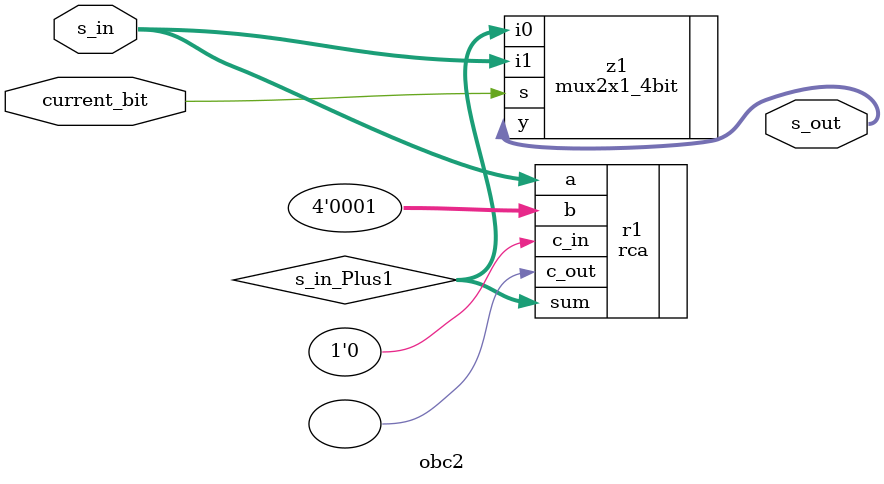
<source format=v>
module obc2 (s_in,current_bit,s_out);
	input[3:0] s_in;
	input current_bit;
	output [3:0] s_out;
	
	wire [3:0] s_in_Plus1;
	
	/*
	obc dut(.s_in(s),.current_bit(cb),.s_out(s_out));
	*/
	mux2x1_4bit z1(.y(s_out),.s(current_bit),.i1(s_in),.i0(s_in_Plus1));		//i0 and i1 are changed compared to obc1
	
	rca r1( .a(s_in),.b(4'd1),.c_in(1'b0),.c_out(),.sum(s_in_Plus1));
	
endmodule
</source>
